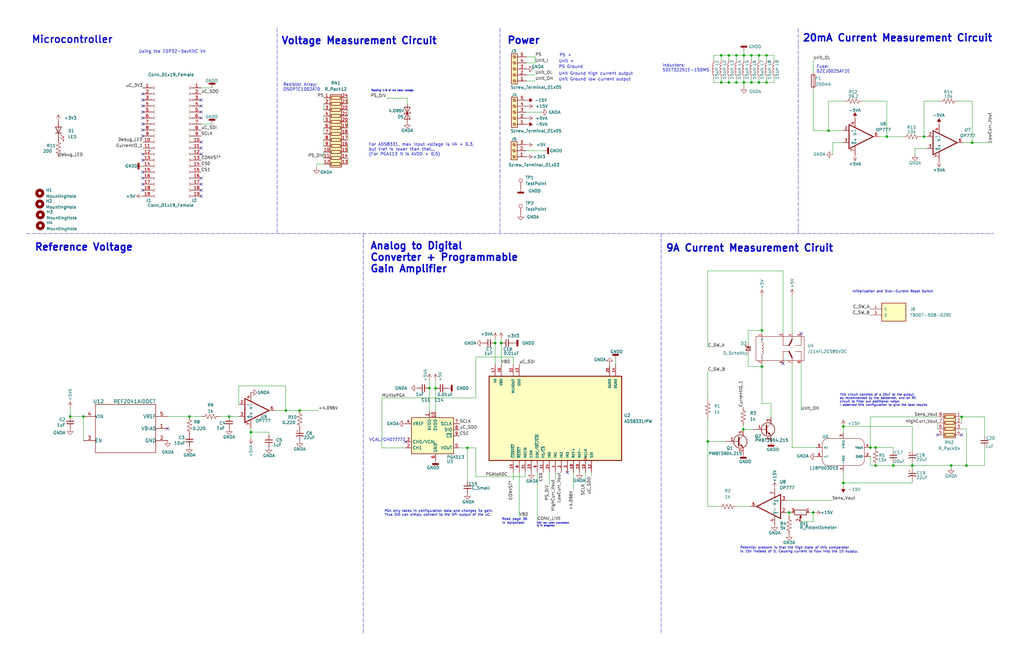
<source format=kicad_sch>
(kicad_sch (version 20211123) (generator eeschema)
  (paper "B")
  (junction (at 409.956 60.198))
  (junction (at 401.066 196.469))
  (junction (at 126.365 173.228))
  (junction (at 310.515 34.798))
  (junction (at 332.74 216.281))
  (junction (at 29.591 175.768))
  (junction (at 313.69 23.368))
  (junction (at 316.865 34.798))
  (junction (at 208.788 144.78))
  (junction (at 320.04 23.368))
  (junction (at 197.104 188.976))
  (junction (at 316.865 23.368))
  (junction (at 298.45 186.309))
  (junction (at 321.31 154.686))
  (junction (at 181.102 163.8046))
  (junction (at 211.328 144.78))
  (junction (at 369.189 188.849))
  (junction (at 79.883 175.768))
  (junction (at 376.682 196.469))
  (junction (at 323.215 34.798))
  (junction (at 384.683 196.469))
  (junction (at 120.523 173.228))
  (junction (at 349.377 55.118))
  (junction (at 307.34 23.368))
  (junction (at 313.436 181.229))
  (junction (at 304.165 34.798))
  (junction (at 373.9896 57.658))
  (junction (at 105.791 182.372))
  (junction (at 407.543 196.469))
  (junction (at 313.69 34.798))
  (junction (at 389.636 57.658))
  (junction (at 355.6 179.959))
  (junction (at 35.179 175.768))
  (junction (at 355.6 203.835))
  (junction (at 320.04 34.798))
  (junction (at 342.9 216.281))
  (junction (at 367.03 188.849))
  (junction (at 307.34 34.798))
  (junction (at 323.215 23.368))
  (junction (at 310.515 23.368))
  (junction (at 369.189 196.469))
  (junction (at 321.31 139.446))
  (junction (at 405.511 175.895))
  (junction (at 183.642 163.8554))
  (junction (at 304.165 23.368))
  (junction (at 96.647 175.768))
  (no_connect (at 405.511 183.515))
  (no_connect (at 395.351 183.515))
  (no_connect (at 60.198 67.564))
  (no_connect (at 60.198 42.164))
  (no_connect (at 60.198 65.024))
  (no_connect (at 84.836 77.724))
  (no_connect (at 84.836 49.784))
  (no_connect (at 60.198 52.324))
  (no_connect (at 84.836 80.264))
  (no_connect (at 60.198 54.864))
  (no_connect (at 84.836 42.164))
  (no_connect (at 84.836 65.024))
  (no_connect (at 84.836 62.484))
  (no_connect (at 60.198 39.624))
  (no_connect (at 239.268 199.39))
  (no_connect (at 60.198 44.704))
  (no_connect (at 60.198 75.184))
  (no_connect (at 84.836 82.804))
  (no_connect (at 84.836 47.244))
  (no_connect (at 60.198 72.644))
  (no_connect (at 60.198 49.784))
  (no_connect (at 84.836 59.944))
  (no_connect (at 330.2 153.416))
  (no_connect (at 337.82 140.716))
  (no_connect (at 84.836 44.704))
  (no_connect (at 60.198 77.724))
  (no_connect (at 60.198 47.244))
  (no_connect (at 60.198 57.404))
  (no_connect (at 70.739 180.848))
  (no_connect (at 170.942 186.436))
  (no_connect (at 60.198 80.264))
  (no_connect (at 84.836 75.184))
  (wire (pts (xy 161.036 188.976) (xy 170.942 188.976)))
  (wire (pts (xy 332.74 216.281) (xy 333.756 216.281)))
  (wire (pts (xy 388.366 57.658) (xy 389.636 57.658)))
  (wire (pts (xy 300.99 23.368) (xy 304.165 23.368)))
  (wire (pts (xy 197.104 188.976) (xy 193.802 188.976)))
  (wire (pts (xy 367.03 188.849) (xy 369.189 188.849)))
  (wire (pts (xy 146.685 51.435) (xy 146.685 53.975)))
  (wire (pts (xy 197.104 203.073) (xy 197.104 188.976)))
  (wire (pts (xy 355.473 60.198) (xy 351.155 60.198)))
  (wire (pts (xy 342.9 216.281) (xy 342.9 220.091)))
  (wire (pts (xy 310.515 34.798) (xy 307.34 34.798)))
  (wire (pts (xy 356.108 42.672) (xy 349.377 42.672)))
  (wire (pts (xy 221.996 31.623) (xy 225.679 31.623)))
  (wire (pts (xy 355.6 179.959) (xy 384.683 179.959)))
  (wire (pts (xy 321.31 154.686) (xy 315.468 154.686)))
  (wire (pts (xy 113.411 183.642) (xy 113.411 182.372)))
  (wire (pts (xy 183.642 163.8554) (xy 183.642 173.736)))
  (wire (pts (xy 341.376 216.281) (xy 342.9 216.281)))
  (wire (pts (xy 389.636 42.672) (xy 396.24 42.672)))
  (wire (pts (xy 313.436 181.229) (xy 317.5 181.229)))
  (wire (pts (xy 326.39 34.798) (xy 326.39 32.893)))
  (wire (pts (xy 415.163 188.976) (xy 415.163 196.469)))
  (wire (pts (xy 96.647 175.768) (xy 100.711 175.768)))
  (wire (pts (xy 183.642 160.401) (xy 183.642 163.8554)))
  (wire (pts (xy 373.9896 42.672) (xy 363.728 42.672)))
  (wire (pts (xy 136.525 48.895) (xy 136.525 51.435)))
  (wire (pts (xy 332.74 216.281) (xy 332.74 217.805)))
  (wire (pts (xy 225.679 24.003) (xy 225.679 26.543)))
  (wire (pts (xy 126.365 173.228) (xy 134.239 173.228)))
  (wire (pts (xy 310.515 25.273) (xy 310.515 23.368)))
  (wire (pts (xy 385.826 62.738) (xy 390.906 62.738)))
  (wire (pts (xy 320.04 23.368) (xy 320.04 25.273)))
  (wire (pts (xy 403.86 42.672) (xy 409.956 42.672)))
  (wire (pts (xy 300.99 34.798) (xy 300.99 32.893)))
  (wire (pts (xy 200.66 201.168) (xy 200.66 188.976)))
  (polyline (pts (xy 336.55 12.065) (xy 336.55 98.552)))
  (wire (pts (xy 133.477 69.215) (xy 133.477 70.739)))
  (wire (pts (xy 216.408 202.692) (xy 216.408 199.39)))
  (wire (pts (xy 323.215 34.798) (xy 323.215 32.893)))
  (wire (pts (xy 405.511 175.895) (xy 415.163 175.895)))
  (wire (pts (xy 351.155 60.198) (xy 351.155 65.278)))
  (wire (pts (xy 325.12 170.307) (xy 325.12 176.149)))
  (wire (pts (xy 29.591 172.212) (xy 29.591 175.768)))
  (wire (pts (xy 323.215 34.798) (xy 326.39 34.798)))
  (wire (pts (xy 310.515 23.368) (xy 313.69 23.368)))
  (wire (pts (xy 229.362 63.627) (xy 221.869 63.627)))
  (wire (pts (xy 409.956 60.198) (xy 418.465 60.198)))
  (wire (pts (xy 355.6 179.959) (xy 355.6 182.499)))
  (wire (pts (xy 321.31 170.307) (xy 325.12 170.307)))
  (wire (pts (xy 315.468 154.686) (xy 315.468 149.606)))
  (wire (pts (xy 92.583 175.768) (xy 96.647 175.768)))
  (wire (pts (xy 136.525 43.815) (xy 136.525 46.355)))
  (wire (pts (xy 304.165 23.368) (xy 307.34 23.368)))
  (wire (pts (xy 221.488 201.168) (xy 221.488 199.39)))
  (wire (pts (xy 115.951 173.228) (xy 120.523 173.228)))
  (wire (pts (xy 146.685 41.275) (xy 146.685 43.815)))
  (wire (pts (xy 367.03 196.469) (xy 369.189 196.469)))
  (polyline (pts (xy 116.84 11.938) (xy 116.84 98.679)))
  (wire (pts (xy 407.543 196.469) (xy 415.163 196.469)))
  (wire (pts (xy 304.165 34.798) (xy 300.99 34.798)))
  (wire (pts (xy 231.648 204.597) (xy 231.648 199.39)))
  (wire (pts (xy 136.525 64.135) (xy 136.525 66.675)))
  (wire (pts (xy 409.956 42.672) (xy 409.956 60.198)))
  (wire (pts (xy 300.99 25.273) (xy 300.99 23.368)))
  (wire (pts (xy 389.636 57.658) (xy 389.636 42.672)))
  (polyline (pts (xy 278.765 98.425) (xy 278.765 267.208)))
  (wire (pts (xy 326.39 23.368) (xy 323.215 23.368)))
  (wire (pts (xy 384.683 203.835) (xy 355.6 203.835)))
  (wire (pts (xy 216.408 153.67) (xy 216.408 150.622)))
  (wire (pts (xy 367.03 175.895) (xy 395.351 175.895)))
  (wire (pts (xy 200.66 150.622) (xy 200.66 167.894)))
  (wire (pts (xy 105.791 180.848) (xy 105.791 182.372)))
  (wire (pts (xy 241.808 199.39) (xy 241.808 207.01)))
  (polyline (pts (xy 11.2268 98.6028) (xy 419.0492 98.6028)))
  (polyline (pts (xy 210.82 11.938) (xy 210.82 98.425)))
  (wire (pts (xy 146.685 61.595) (xy 146.685 64.135)))
  (wire (pts (xy 304.165 25.273) (xy 304.165 23.368)))
  (wire (pts (xy 367.03 175.895) (xy 367.03 188.849)))
  (wire (pts (xy 200.66 201.168) (xy 221.488 201.168)))
  (wire (pts (xy 228.1174 47.371) (xy 221.996 47.371)))
  (polyline (pts (xy 153.162 98.6028) (xy 153.162 267.3858)))
  (wire (pts (xy 321.31 153.416) (xy 321.31 154.686)))
  (wire (pts (xy 369.189 196.469) (xy 376.682 196.469)))
  (wire (pts (xy 384.683 202.819) (xy 384.683 203.835)))
  (wire (pts (xy 384.683 179.959) (xy 384.683 190.119)))
  (wire (pts (xy 70.739 175.768) (xy 79.883 175.768)))
  (wire (pts (xy 310.515 34.798) (xy 310.515 32.893)))
  (wire (pts (xy 376.682 188.849) (xy 376.682 190.119)))
  (wire (pts (xy 321.31 154.686) (xy 321.31 170.307)))
  (wire (pts (xy 298.45 114.3) (xy 298.45 146.685)))
  (wire (pts (xy 146.685 66.675) (xy 146.685 69.215)))
  (wire (pts (xy 376.682 196.469) (xy 384.683 196.469)))
  (wire (pts (xy 330.2 114.3) (xy 330.2 140.716)))
  (wire (pts (xy 389.636 57.658) (xy 390.906 57.658)))
  (wire (pts (xy 313.69 34.798) (xy 313.69 32.893)))
  (wire (pts (xy 221.996 26.543) (xy 225.679 26.543)))
  (wire (pts (xy 323.215 23.368) (xy 320.04 23.368)))
  (wire (pts (xy 303.022 213.741) (xy 298.45 213.741)))
  (wire (pts (xy 349.377 42.672) (xy 349.377 55.118)))
  (wire (pts (xy 395.351 178.435) (xy 395.351 180.975)))
  (wire (pts (xy 221.996 34.163) (xy 225.679 34.163)))
  (wire (pts (xy 136.525 53.975) (xy 136.525 56.515)))
  (wire (pts (xy 35.179 175.768) (xy 35.179 185.928)))
  (wire (pts (xy 313.69 25.273) (xy 313.69 23.368)))
  (wire (pts (xy 307.34 23.368) (xy 310.515 23.368)))
  (wire (pts (xy 200.66 167.894) (xy 161.036 167.894)))
  (wire (pts (xy 316.484 213.741) (xy 310.642 213.741)))
  (wire (pts (xy 307.34 34.798) (xy 307.34 32.893)))
  (wire (pts (xy 146.685 56.515) (xy 146.685 59.055)))
  (wire (pts (xy 200.66 188.976) (xy 197.104 188.976)))
  (wire (pts (xy 234.188 202.311) (xy 234.188 199.39)))
  (wire (pts (xy 304.165 34.798) (xy 304.165 32.893)))
  (wire (pts (xy 120.523 162.814) (xy 120.523 173.228)))
  (wire (pts (xy 100.711 170.688) (xy 100.711 162.814)))
  (wire (pts (xy 373.9896 57.658) (xy 373.9896 42.672)))
  (wire (pts (xy 367.03 192.659) (xy 367.03 196.469)))
  (wire (pts (xy 313.69 23.368) (xy 313.69 21.463)))
  (wire (pts (xy 384.683 196.469) (xy 384.683 197.739)))
  (wire (pts (xy 342.9 216.281) (xy 343.408 216.281)))
  (wire (pts (xy 120.523 173.228) (xy 126.365 173.228)))
  (wire (pts (xy 146.685 46.355) (xy 146.685 48.895)))
  (wire (pts (xy 401.066 196.469) (xy 401.066 197.358)))
  (wire (pts (xy 218.948 218.059) (xy 218.948 199.39)))
  (wire (pts (xy 211.328 144.78) (xy 211.328 153.67)))
  (wire (pts (xy 337.82 153.416) (xy 337.82 173.355)))
  (wire (pts (xy 355.6 203.835) (xy 355.6 199.009)))
  (wire (pts (xy 407.543 180.975) (xy 407.543 196.469)))
  (wire (pts (xy 342.9 55.118) (xy 349.377 55.118)))
  (wire (pts (xy 373.9896 57.658) (xy 380.746 57.658)))
  (wire (pts (xy 313.69 23.368) (xy 316.865 23.368)))
  (wire (pts (xy 337.566 220.091) (xy 342.9 220.091)))
  (wire (pts (xy 385.826 65.278) (xy 385.826 62.738)))
  (wire (pts (xy 171.704 43.942) (xy 171.704 41.402)))
  (wire (pts (xy 259.588 151.511) (xy 259.588 153.67)))
  (wire (pts (xy 315.468 139.446) (xy 315.468 144.526)))
  (wire (pts (xy 181.102 160.401) (xy 181.102 163.8046)))
  (wire (pts (xy 226.568 199.39) (xy 226.568 219.837)))
  (wire (pts (xy 113.411 182.372) (xy 105.791 182.372)))
  (wire (pts (xy 401.066 196.469) (xy 407.543 196.469)))
  (wire (pts (xy 344.17 188.849) (xy 334.01 188.849)))
  (wire (pts (xy 136.525 59.055) (xy 136.525 61.595)))
  (wire (pts (xy 162.814 41.402) (xy 171.704 41.402)))
  (wire (pts (xy 350.901 211.201) (xy 331.724 211.201)))
  (wire (pts (xy 349.377 55.118) (xy 355.473 55.118)))
  (wire (pts (xy 100.711 162.814) (xy 120.523 162.814)))
  (wire (pts (xy 313.69 34.798) (xy 316.865 34.798)))
  (wire (pts (xy 307.34 34.798) (xy 304.165 34.798)))
  (wire (pts (xy 89.408 52.324) (xy 84.836 52.324)))
  (wire (pts (xy 298.45 114.3) (xy 330.2 114.3)))
  (wire (pts (xy 376.682 195.199) (xy 376.682 196.469)))
  (wire (pts (xy 208.788 144.78) (xy 208.788 153.67)))
  (wire (pts (xy 409.956 60.198) (xy 406.146 60.198)))
  (wire (pts (xy 298.45 156.845) (xy 298.45 168.783)))
  (wire (pts (xy 313.436 179.451) (xy 313.436 181.229)))
  (wire (pts (xy 136.525 69.215) (xy 133.477 69.215)))
  (wire (pts (xy 246.888 199.39) (xy 246.888 204.089)))
  (wire (pts (xy 323.215 25.273) (xy 323.215 23.368)))
  (wire (pts (xy 298.45 186.309) (xy 305.816 186.309)))
  (wire (pts (xy 320.04 34.798) (xy 323.215 34.798)))
  (wire (pts (xy 405.511 175.895) (xy 405.511 178.435)))
  (wire (pts (xy 29.591 175.768) (xy 35.179 175.768)))
  (wire (pts (xy 313.69 36.703) (xy 313.69 34.798)))
  (wire (pts (xy 355.6 203.835) (xy 355.6 205.232)))
  (wire (pts (xy 321.31 124.968) (xy 321.31 139.446)))
  (wire (pts (xy 320.04 34.798) (xy 320.04 32.893)))
  (wire (pts (xy 221.996 24.003) (xy 225.679 24.003)))
  (wire (pts (xy 89.408 37.084) (xy 84.836 37.084)))
  (wire (pts (xy 316.865 23.368) (xy 320.04 23.368)))
  (wire (pts (xy 216.408 150.622) (xy 200.66 150.622)))
  (wire (pts (xy 105.791 182.372) (xy 105.791 184.658)))
  (wire (pts (xy 161.036 167.894) (xy 161.036 188.976)))
  (wire (pts (xy 326.39 25.273) (xy 326.39 23.368)))
  (wire (pts (xy 310.515 34.798) (xy 313.69 34.798)))
  (wire (pts (xy 415.163 183.896) (xy 415.163 175.895)))
  (wire (pts (xy 370.713 57.658) (xy 373.9896 57.658)))
  (wire (pts (xy 316.865 34.798) (xy 320.04 34.798)))
  (wire (pts (xy 384.683 195.199) (xy 384.683 196.469)))
  (wire (pts (xy 334.01 124.587) (xy 334.01 140.716)))
  (wire (pts (xy 79.883 175.768) (xy 84.963 175.768)))
  (wire (pts (xy 298.45 176.403) (xy 298.45 186.309)))
  (wire (pts (xy 316.865 34.798) (xy 316.865 32.893)))
  (wire (pts (xy 405.511 180.975) (xy 407.543 180.975)))
  (wire (pts (xy 321.31 139.446) (xy 321.31 140.716)))
  (wire (pts (xy 208.788 143.002) (xy 208.788 144.78)))
  (wire (pts (xy 331.724 216.281) (xy 332.74 216.281)))
  (wire (pts (xy 321.31 139.446) (xy 315.468 139.446)))
  (wire (pts (xy 342.9 37.973) (xy 342.9 55.118)))
  (wire (pts (xy 369.189 188.849) (xy 376.682 188.849)))
  (wire (pts (xy 334.01 153.416) (xy 334.01 188.849)))
  (wire (pts (xy 384.683 196.469) (xy 401.066 196.469)))
  (wire (pts (xy 298.45 186.309) (xy 298.45 213.741)))
  (wire (pts (xy 211.328 143.002) (xy 211.328 144.78)))
  (wire (pts (xy 316.865 25.273) (xy 316.865 23.368)))
  (wire (pts (xy 249.428 201.168) (xy 249.428 199.39)))
  (wire (pts (xy 181.102 163.8046) (xy 181.102 173.736)))
  (wire (pts (xy 307.34 25.273) (xy 307.34 23.368)))
  (wire (pts (xy 342.9 25.4) (xy 342.9 30.353)))
  (text "Potential problem is that the high state of this comparator\nis 15V instead of 5. Causing current to flow into the 15 supply.\n" (at 312.039 233.426 0) (effects (font (size 1 1)) (justify left bottom)))
  (text "20mA Current Measurement Circuit" (at 338.328 17.907 0) (effects (font (size 3 3) (thickness 0.6) bold) (justify left bottom)))
  (text "Unit +" (at 235.585 26.67 0) (effects (font (size 1.27 1.27)) (justify left bottom)))
  (text "For ADS8331, max input voltage is VA + 0.3, \nbut Vref is lower than that...\n(For PGA113 it is AVDD + 0.5)" (at 155.448 65.913 0) (effects (font (size 1.27 1.27)) (justify left bottom)))
  (text "PS +\n" (at 235.839 24.13 0) (effects (font (size 1.27 1.27)) (justify left bottom)))
  (text "Power" (at 213.741 18.923 0) (effects (font (size 3 3) (thickness 0.6) bold) (justify left bottom)))
  (text "Unit Ground low current output" (at 235.5342 34.3154 0) (effects (font (size 1.27 1.27)) (justify left bottom)))
  (text "Reference Voltage" (at 14.478 106.172 0) (effects (font (size 3 3) (thickness 0.6) bold) (justify left bottom)))
  (text "Resistor Array:\nOSOPTC1002AT0" (at 119.38 38.608 0) (effects (font (size 1.27 1.27)) (justify left bottom)))
  (text "Using the ESP32-DevKitC V4" (at 58.42 22.606 0) (effects (font (size 1.27 1.27)) (justify left bottom)))
  (text "Microcontroller" (at 13.208 18.542 0) (effects (font (size 3 3) (thickness 0.5) bold) (justify left bottom)))
  (text "This circuit consists of a 20uF at the output\nas recommended by the datasheet, and an RC \ncircuit to filter out additional noise;\nI observed this configuration to give the best results" (at 354.076 171.577 0) (effects (font (size 0.9 0.9)) (justify left bottom)))
  (text "EOC low when conversion\nis in progress" (at 226.314 222.377 0) (effects (font (size 0.7 0.7)) (justify left bottom)))
  (text "PS Ground\n" (at 235.5596 29.0322 0) (effects (font (size 1.27 1.27)) (justify left bottom)))
  (text "Initialization and Over-Current Reset Switch" (at 359.41 123.698 0) (effects (font (size 1 1)) (justify left bottom)))
  (text "PGA only takes in configuration data and changes its gain.\nThus DIO can simply connect to the SPI output of the uC." (at 162.052 217.932 0) (effects (font (size 1 1)) (justify left bottom)))
  (text "Fuse:\n0ZCJ0025AF2E" (at 344.297 30.988 0) (effects (font (size 1.27 1.27)) (justify left bottom)))
  (text "Read page 36\nin datasheet\n" (at 211.582 221.361 0) (effects (font (size 1 1)) (justify left bottom)))
  (text "VCAL/CH0?????\n" (at 170.942 186.436 180) (effects (font (size 1.27 1.27)) (justify right bottom)))
  (text "Voltage Measurement Circuit\n" (at 118.491 19.05 0) (effects (font (size 3 3) (thickness 0.6) bold) (justify left bottom)))
  (text "Inductors:\nSDET32251E-150MS" (at 279.273 30.48 0) (effects (font (size 1.27 1.27)) (justify left bottom)))
  (text "Analog to Digital \nConverter + Programmable\nGain Amplifier" (at 155.956 115.316 0) (effects (font (size 3 3) (thickness 0.6) bold) (justify left bottom)))
  (text "9A Current Measurement Ciruit" (at 280.67 106.553 0) (effects (font (size 3 3) (thickness 0.6) bold) (justify left bottom)))
  (text "Reading 1/6 of the total voltage\n" (at 156.464 38.735 0) (effects (font (size 0.7 0.7)) (justify left bottom)))
  (text "Unit Ground high current output" (at 235.5342 31.9024 0) (effects (font (size 1.27 1.27)) (justify left bottom)))
  (label "VBD" (at 211.328 153.67 0))
  (label "C_SW_A" (at 366.776 130.429 180))
  (label "PS_DIV" (at 162.814 41.402 180))
  (label "CS1" (at 193.802 183.896 0))
  (label "C_SW_B" (at 366.776 132.969 180))
  (label "SCLK" (at 246.888 204.089 270))
  (label "Unit_OL" (at 225.679 31.623 0))
  (label "Debug_LED" (at 24.638 66.294 0))
  (label "VBD" (at 218.948 218.059 0))
  (label "uC_SDI" (at 218.948 153.67 0))
  (label "PS_DIV" (at 136.525 66.675 180))
  (label "PS_DIV" (at 231.648 204.597 270))
  (label "uC_SDO" (at 193.802 181.356 0))
  (label "PS" (at 136.525 41.275 180))
  (label "Unit_OL" (at 342.9 25.4 0))
  (label "Unit_OH" (at 337.82 173.355 0))
  (label "CONVST*" (at 216.408 202.692 270))
  (label "CurrentIO_1" (at 313.436 171.831 90))
  (label "LowCurr_Vout" (at 418.465 60.198 90))
  (label "Sens_Vout" (at 350.901 211.201 0))
  (label "Debug_LED" (at 60.198 59.944 180))
  (label "SCLK" (at 193.802 178.816 0))
  (label "CurrentIO_1" (at 60.198 62.484 180))
  (label "+4.096V" (at 241.808 207.01 270))
  (label "PS" (at 225.679 24.003 0))
  (label "CS1" (at 84.836 72.644 0))
  (label "uC_SDO" (at 249.428 201.168 270))
  (label "CS0" (at 84.836 70.104 0))
  (label "Sens_Vout" (at 395.351 175.895 180))
  (label "C_SW_A" (at 298.45 146.685 0))
  (label "SCLK" (at 84.836 57.404 0))
  (label "CS0" (at 229.108 199.39 270))
  (label "uC_SDI" (at 84.836 54.864 0))
  (label "HighCurr_Vout" (at 234.188 202.311 270))
  (label "PGAtoADC" (at 204.724 201.168 0))
  (label "Unit_I" (at 225.679 26.543 0))
  (label "MUXtoPGA" (at 161.036 167.894 0))
  (label "CONV_LIVE" (at 226.568 219.837 0))
  (label "uC_3V3" (at 60.198 37.084 180))
  (label "CONVST*" (at 84.836 67.564 0))
  (label "+4.096V" (at 134.239 173.228 0))
  (label "C_SW_B" (at 298.45 156.845 0))
  (label "LowCurr_Vout" (at 236.728 199.39 270))
  (label "uC_SDO" (at 84.836 39.624 0))
  (label "HighCurr_Vout" (at 395.351 178.816 180))
  (label "Unit_OH" (at 225.679 34.163 0))
  (symbol (lib_id "myCustomLib:OP777") (at 361.823 57.658 180) (unit 1)
    (property "Reference" "U6" (at 372.491 52.1968 0))
    (property "Value" "OP777" (at 372.491 54.7368 0))
    (property "Footprint" "Package_SO:TSSOP-8_3x3mm_P0.65mm" (effects hide))
  )
  (symbol (lib_id "Device:R_US") (at 79.883 179.578 180) (unit 1)
    (property "Reference" "R8" (at 81.661 178.054 0) (effects (justify right)))
    (property "Value" "0.220" (at 81.153 180.848 0) (effects (justify right)))
    (property "Footprint" "Resistor_SMD:R_0603_1608Metric" (effects hide))
  )
  (symbol (lib_id "Mechanical:MountingHole") (at 16.764 86.106 0) (unit 1)
    (property "Reference" "H2" (at 19.304 84.8359 0) (effects (justify left)))
    (property "Value" "MountingHole" (at 19.304 87.3759 0) (effects (justify left)))
    (property "Footprint" "MountingHole:MountingHole_3.2mm_M3" (effects hide))
  )
  (symbol (lib_id "myCustomLib:OP777") (at 107.061 173.228 180) (unit 1)
    (property "Reference" "U9" (at 112.649 175.768 0) (effects (justify left)))
    (property "Value" "OP777" (at 114.173 177.546 0) (effects (justify left)))
    (property "Footprint" "Package_SO:TSSOP-8_3x3mm_P0.65mm" (effects hide))
  )
  (symbol (lib_id "power:GNDA") (at 79.883 188.468 0) (unit 1)
    (property "Reference" "#PWR0156" (effects hide))
    (property "Value" "GNDA" (at 79.883 192.024 0))
  )
  (symbol (lib_id "Device:Fuse") (at 342.9 34.163 180) (unit 1)
    (property "Reference" "F1" (at 343.789 33.02 0) (effects (justify right)))
    (property "Value" "250mA" (at 343.789 35.56 0) (effects (justify right)))
    (property "Footprint" "Fuse:Fuse_1206_3216Metric" (effects hide))
  )
  (symbol (lib_id "Device:C_Small") (at 29.591 178.308 180) (unit 1)
    (property "Reference" "C2" (at 26.289 177.038 0))
    (property "Value" "1uF" (at 25.781 179.324 0))
    (property "Footprint" "Capacitor_SMD:C_0603_1608Metric" (effects hide))
  )
  (symbol (lib_id "power:-15V") (at 355.6 205.232 180) (unit 1)
    (property "Reference" "#PWR0139" (effects hide))
    (property "Value" "-15V" (at 357.632 206.5019 0) (effects (justify right)))
  )
  (symbol (lib_id "Device:D_TVS") (at 171.704 47.752 90) (mirror x) (unit 1)
    (property "Reference" "D5" (at 168.91 49.276 90))
    (property "Value" "4.096V" (at 167.132 46.736 90))
    (property "Footprint" "Diode_SMD:D_1206_3216Metric" (effects hide))
  )
  (symbol (lib_id "Device:C_Small") (at 206.248 144.78 90) (unit 1)
    (property "Reference" "C7" (at 206.248 147.32 90))
    (property "Value" "1uF" (at 205.994 149.098 90))
    (property "Footprint" "Capacitor_SMD:C_0603_1608Metric" (effects hide))
  )
  (symbol (lib_id "Device:R_US") (at 298.45 172.593 180) (unit 1)
    (property "Reference" "R1" (at 301.117 171.3229 0) (effects (justify right)))
    (property "Value" "1k" (at 301.117 173.8629 0) (effects (justify right)))
    (property "Footprint" "Resistor_SMD:R_0603_1608Metric" (effects hide))
  )
  (symbol (lib_id "Device:L") (at 304.165 29.083 180) (unit 1)
    (property "Reference" "L2" (at 305.435 26.543 90))
    (property "Value" "15uH" (at 305.435 30.988 90))
    (property "Footprint" "SDET32251E-150MS:SDET32251E-150MS" (effects hide))
  )
  (symbol (lib_id "power:GNDD") (at 313.69 21.463 180) (unit 1)
    (property "Reference" "#PWR0103" (effects hide))
    (property "Value" "GNDD" (at 315.722 19.685 0) (effects (justify right)))
  )
  (symbol (lib_id "Device:R_US") (at 332.74 221.615 180) (unit 1)
    (property "Reference" "R4" (at 328.93 220.98 0) (effects (justify right)))
    (property "Value" "5k" (at 328.93 222.758 0) (effects (justify right)))
    (property "Footprint" "Resistor_SMD:R_0603_1608Metric" (effects hide))
  )
  (symbol (lib_id "power:GNDA") (at 70.739 185.928 0) (unit 1)
    (property "Reference" "#PWR0124" (effects hide))
    (property "Value" "GNDA" (at 70.739 190.754 0))
  )
  (symbol (lib_id "Mechanical:MountingHole") (at 17.018 95.25 0) (unit 1)
    (property "Reference" "H4" (at 19.558 93.9799 0) (effects (justify left)))
    (property "Value" "MountingHole" (at 19.558 96.5199 0) (effects (justify left)))
    (property "Footprint" "MountingHole:MountingHole_3.2mm_M3" (effects hide))
  )
  (symbol (lib_id "Device:C_Polarized_Small_US") (at 126.365 183.388 0) (unit 1)
    (property "Reference" "C6" (at 131.7752 182.8038 0) (effects (justify right)))
    (property "Value" "22uF" (at 132.8928 184.658 0) (effects (justify right)))
    (property "Footprint" "293D226X9020D8T:293D226X9020D8T" (effects hide))
  )
  (symbol (lib_id "Connector:Conn_01x19_Female") (at 65.278 59.944 0) (unit 1)
    (property "Reference" "J1" (at 61.468 84.582 0) (effects (justify left)))
    (property "Value" "Conn_01x19_Female" (at 62.23 86.614 0) (effects (justify left)))
    (property "Footprint" "Connector_PinSocket_2.54mm:PinSocket_1x19_P2.54mm_Vertical" (effects hide))
  )
  (symbol (lib_id "power:GNDD") (at 89.408 37.084 180) (unit 1)
    (property "Reference" "#PWR0106" (effects hide))
    (property "Value" "GNDD" (at 91.948 34.036 0) (effects (justify left)))
  )
  (symbol (lib_id "myCustomLib:J114FL2CS85VDC") (at 328.93 147.066 0) (unit 1)
    (property "Reference" "U4" (at 340.487 145.7959 0) (effects (justify left)))
    (property "Value" "J114FL2CS85VDC" (at 340.487 148.3359 0) (effects (justify left)))
    (property "Footprint" "myCustomLib:J114FL2CS85VDC" (effects hide))
  )
  (symbol (lib_id "power:GNDD") (at 216.408 144.78 90) (unit 1)
    (property "Reference" "#PWR0147" (effects hide))
    (property "Value" "GNDD" (at 220.091 144.7799 90) (effects (justify right)))
  )
  (symbol (lib_id "power:+5VA") (at 208.788 143.002 0) (unit 1)
    (property "Reference" "#PWR0174" (effects hide))
    (property "Value" "+5VA" (at 202.692 140.97 0) (effects (justify left)))
  )
  (symbol (lib_id "power:GNDA") (at 126.365 185.928 0) (unit 1)
    (property "Reference" "#PWR0163" (effects hide))
    (property "Value" "GNDA" (at 126.365 189.484 0))
  )
  (symbol (lib_id "Device:R_US") (at 24.638 62.484 0) (unit 1)
    (property "Reference" "R11" (at 21.59 61.468 0))
    (property "Value" "200" (at 20.066 63.754 0))
    (property "Footprint" "Resistor_SMD:R_0603_1608Metric" (effects hide))
  )
  (symbol (lib_id "Device:C_Small") (at 186.182 163.8554 90) (unit 1)
    (property "Reference" "C14" (at 185.166 168.8084 90))
    (property "Value" "0.01uF" (at 187.706 166.5224 90))
    (property "Footprint" "Capacitor_SMD:C_0603_1608Metric" (effects hide))
  )
  (symbol (lib_id "power:GNDD") (at 89.408 52.324 180) (unit 1)
    (property "Reference" "#PWR0118" (effects hide))
    (property "Value" "GNDD" (at 91.948 49.276 0) (effects (justify left)))
  )
  (symbol (lib_id "Transistor_BJT:2N3055") (at 322.58 181.229 0) (unit 1)
    (property "Reference" "Q2" (at 318.262 184.023 0) (effects (justify left)))
    (property "Value" "PMBT3904.215" (at 318.262 185.801 0) (effects (justify left)))
    (property "Footprint" "Package_TO_SOT_SMD:TSOT-23" (effects hide))
    (property "Datasheet" "http://www.onsemi.com/pub_link/Collateral/2N3055-D.PDF" (effects hide))
  )
  (symbol (lib_id "Device:R_US") (at 384.556 57.658 270) (unit 1)
    (property "Reference" "R13" (at 384.3528 53.7972 90))
    (property "Value" "10k" (at 384.4544 55.626 90))
    (property "Footprint" "Resistor_SMD:R_0603_1608Metric" (effects hide))
  )
  (symbol (lib_id "Device:R_US") (at 359.918 42.672 270) (unit 1)
    (property "Reference" "R12" (at 359.7148 38.8112 90))
    (property "Value" "39.2" (at 359.8164 40.64 90))
    (property "Footprint" "Resistor_SMD:R_0603_1608Metric" (effects hide))
  )
  (symbol (lib_id "power:GNDA") (at 221.996 29.083 90) (unit 1)
    (property "Reference" "#PWR0101" (effects hide))
    (property "Value" "GNDA" (at 226.7458 28.1178 90))
  )
  (symbol (lib_id "Device:R_US") (at 126.365 177.038 0) (unit 1)
    (property "Reference" "R10" (at 123.317 176.022 0))
    (property "Value" "0.220" (at 121.793 178.308 0))
    (property "Footprint" "Resistor_SMD:R_0603_1608Metric" (effects hide))
  )
  (symbol (lib_id "Device:C_Small") (at 79.883 185.928 180) (unit 1)
    (property "Reference" "C3" (at 76.581 184.658 0))
    (property "Value" "10uF" (at 75.819 186.944 0))
    (property "Footprint" "Capacitor_SMD:C_0603_1608Metric" (effects hide))
  )
  (symbol (lib_id "power:GNDA") (at 257.048 153.67 180) (unit 1)
    (property "Reference" "#PWR0173" (effects hide))
    (property "Value" "GNDA" (at 252.984 151.765 0))
  )
  (symbol (lib_id "myCustomLib:L18P003D15") (at 355.6 190.119 0) (unit 1)
    (property "Reference" "U1" (at 346.71 184.277 0) (effects (justify left)))
    (property "Value" "L18P003D15" (at 341.376 197.485 0) (effects (justify left)))
    (property "Footprint" "L18P003D15:L18P003D15" (effects hide))
  )
  (symbol (lib_id "power:GNDA") (at 171.704 51.562 0) (unit 1)
    (property "Reference" "#PWR0116" (effects hide))
    (property "Value" "GNDA" (at 171.7548 55.0672 0))
  )
  (symbol (lib_id "Connector:Screw_Terminal_01x05") (at 216.916 29.083 180) (unit 1)
    (property "Reference" "J3" (at 216.535 21.59 0))
    (property "Value" "Screw_Terminal_01x05" (at 226.06 36.83 0))
    (property "Footprint" "TB007-508-05BE:CUI_TB007-508-05BE" (effects hide))
  )
  (symbol (lib_id "Device:L") (at 310.515 29.083 180) (unit 1)
    (property "Reference" "L4" (at 311.785 26.543 90))
    (property "Value" "15uH" (at 311.785 30.988 90))
    (property "Footprint" "SDET32251E-150MS:SDET32251E-150MS" (effects hide))
  )
  (symbol (lib_id "power:+15V") (at 343.408 216.281 270) (unit 1)
    (property "Reference" "#PWR0141" (effects hide))
    (property "Value" "+15V" (at 345.948 216.281 90) (effects (justify left)))
  )
  (symbol (lib_id "Device:R_US") (at 306.832 213.741 90) (unit 1)
    (property "Reference" "R2" (at 306.832 207.137 90))
    (property "Value" "1k" (at 306.832 209.677 90))
    (property "Footprint" "Resistor_SMD:R_0603_1608Metric" (effects hide))
  )
  (symbol (lib_id "Device:L") (at 323.215 29.083 180) (unit 1)
    (property "Reference" "L8" (at 324.485 26.543 90))
    (property "Value" "15uH" (at 324.485 30.988 90))
    (property "Footprint" "SDET32251E-150MS:SDET32251E-150MS" (effects hide))
  )
  (symbol (lib_id "power:GNDA") (at 105.791 165.608 90) (unit 1)
    (property "Reference" "#PWR0161" (effects hide))
    (property "Value" "GNDA" (at 111.125 165.608 90))
  )
  (symbol (lib_id "power:GNDA") (at 326.644 221.361 0) (unit 1)
    (property "Reference" "#PWR0134" (effects hide))
    (property "Value" "GNDA" (at 326.6948 224.8662 0))
  )
  (symbol (lib_id "power:GNDD") (at 313.436 191.389 0) (unit 1)
    (property "Reference" "#PWR0122" (effects hide))
    (property "Value" "GNDD" (at 311.5564 194.818 0) (effects (justify left)))
  )
  (symbol (lib_id "power:GNDA") (at 203.708 144.78 270) (unit 1)
    (property "Reference" "#PWR0158" (effects hide))
    (property "Value" "GNDA" (at 200.914 144.78 90) (effects (justify right)))
  )
  (symbol (lib_id "Device:L") (at 300.99 29.083 180) (unit 1)
    (property "Reference" "L1" (at 302.26 26.543 90))
    (property "Value" "15uH" (at 302.26 30.988 90))
    (property "Footprint" "SDET32251E-150MS:SDET32251E-150MS" (effects hide))
  )
  (symbol (lib_id "Device:L") (at 326.39 29.083 180) (unit 1)
    (property "Reference" "L9" (at 327.66 26.543 90))
    (property "Value" "15uH" (at 327.66 30.988 90))
    (property "Footprint" "SDET32251E-150MS:SDET32251E-150MS" (effects hide))
  )
  (symbol (lib_id "Device:R_Potentiometer") (at 337.566 216.281 270) (unit 1)
    (property "Reference" "RV1" (at 339.09 221.107 90))
    (property "Value" "R_Potentiometer" (at 345.059 222.631 90))
    (property "Footprint" "Potentiometer_THT:Potentiometer_Bourns_3296W_Vertical" (effects hide))
  )
  (symbol (lib_id "power:+5V") (at 334.01 124.587 0) (unit 1)
    (property "Reference" "#PWR0137" (effects hide))
    (property "Value" "+5V" (at 334.01 119.507 90))
  )
  (symbol (lib_id "power:GNDA") (at 219.583 90.297 0) (unit 1)
    (property "Reference" "#PWR0121" (effects hide))
    (property "Value" "GNDA" (at 222.123 91.5669 0) (effects (justify left)))
  )
  (symbol (lib_id "Connector:Conn_01x19_Female") (at 79.756 59.944 0) (mirror y) (unit 1)
    (property "Reference" "J2" (at 81.788 84.582 0))
    (property "Value" "Conn_01x19_Female" (at 72.136 31.496 0))
    (property "Footprint" "Connector_PinSocket_2.54mm:PinSocket_1x19_P2.54mm_Vertical" (effects hide))
  )
  (symbol (lib_id "power:GNDA") (at 332.74 225.425 0) (unit 1)
    (property "Reference" "#PWR0110" (effects hide))
    (property "Value" "GNDA" (at 332.7908 228.9302 0))
  )
  (symbol (lib_id "Device:L") (at 307.34 29.083 180) (unit 1)
    (property "Reference" "L3" (at 308.61 26.543 90))
    (property "Value" "15uH" (at 308.61 30.988 90))
    (property "Footprint" "SDET32251E-150MS:SDET32251E-150MS" (effects hide))
  )
  (symbol (lib_id "ADS8331IPW:ADS8331IPW") (at 234.188 176.53 90) (unit 1)
    (property "Reference" "U2" (at 263.144 175.2599 90) (effects (justify right)))
    (property "Value" "ADS8331IPW" (at 263.144 177.7999 90) (effects (justify right)))
    (property "Footprint" "ADS8331IPW:SOP65P640X120-24N" (effects hide))
  )
  (symbol (lib_id "power:GNDA") (at 401.066 197.358 0) (mirror y) (unit 1)
    (property "Reference" "#PWR0102" (effects hide))
    (property "Value" "GNDA" (at 401.0152 200.8632 0))
  )
  (symbol (lib_id "Device:C_Small") (at 178.562 163.8046 90) (unit 1)
    (property "Reference" "C11" (at 179.578 168.7576 90))
    (property "Value" "1uF" (at 177.038 166.3446 90))
    (property "Footprint" "Capacitor_SMD:C_0603_1608Metric" (effects hide))
  )
  (symbol (lib_id "Device:D_Schottky_Small") (at 315.468 147.066 90) (mirror x) (unit 1)
    (property "Reference" "D3" (at 314.96 144.907 90) (effects (justify left)))
    (property "Value" "D_Schottky" (at 315.341 148.971 90) (effects (justify left)))
    (property "Footprint" "BAT750-7-F:SOT91P240X102-3N" (effects hide))
  )
  (symbol (lib_id "power:GNDA") (at 133.477 70.739 0) (unit 1)
    (property "Reference" "#PWR0117" (effects hide))
    (property "Value" "GNDA" (at 137.541 72.644 0))
  )
  (symbol (lib_id "Transistor_BJT:2N3055") (at 310.896 186.309 0) (unit 1)
    (property "Reference" "Q1" (at 306.324 189.103 0) (effects (justify left)))
    (property "Value" "PMBT3904.215" (at 298.7802 191.4144 0) (effects (justify left)))
    (property "Footprint" "Package_TO_SOT_SMD:TSOT-23" (effects hide))
    (property "Datasheet" "http://www.onsemi.com/pub_link/Collateral/2N3055-D.PDF" (effects hide))
  )
  (symbol (lib_id "power:+5V") (at 60.198 82.804 90) (unit 1)
    (property "Reference" "#PWR0107" (effects hide))
    (property "Value" "+5V" (at 55.118 82.804 90))
  )
  (symbol (lib_id "power:GNDD") (at 219.583 79.502 0) (unit 1)
    (property "Reference" "#PWR0120" (effects hide))
    (property "Value" "GNDD" (at 222.758 80.5814 0) (effects (justify left)))
  )
  (symbol (lib_id "Device:C_Small") (at 113.411 186.182 180) (unit 1)
    (property "Reference" "C5" (at 117.729 185.674 0))
    (property "Value" "1uF" (at 116.967 187.706 0))
    (property "Footprint" "Capacitor_SMD:C_0603_1608Metric" (effects hide))
  )
  (symbol (lib_id "Device:LED") (at 24.638 54.864 90) (unit 1)
    (property "Reference" "D1" (at 28.702 55.1814 90) (effects (justify right)))
    (property "Value" "LED" (at 28.702 57.7214 90) (effects (justify right)))
    (property "Footprint" "LED_SMD:LED_0603_1608Metric" (effects hide))
  )
  (symbol (lib_id "power:+5V") (at 221.869 61.087 270) (unit 1)
    (property "Reference" "#PWR0129" (effects hide))
    (property "Value" "+5V" (at 226.06 61.0869 90) (effects (justify left)))
  )
  (symbol (lib_id "power:+5VA") (at 29.591 172.212 0) (unit 1)
    (property "Reference" "#PWR0125" (effects hide))
    (property "Value" "+5VA" (at 29.591 163.957 90) (effects (justify right)))
  )
  (symbol (lib_id "power:GNDA") (at 224.028 199.39 0) (unit 1)
    (property "Reference" "#PWR0146" (effects hide))
    (property "Value" "GNDA" (at 221.8182 203.0222 0) (effects (justify left)))
  )
  (symbol (lib_id "power:+15V") (at 355.6 179.959 0) (unit 1)
    (property "Reference" "#PWR0138" (effects hide))
    (property "Value" "+15V" (at 357.378 178.6889 0) (effects (justify left)))
  )
  (symbol (lib_id "REF2041AIDDCT:REF2041AIDDCT") (at 52.959 180.848 0) (unit 1)
    (property "Reference" "U12" (at 41.529 169.418 0) (effects (font (size 1.524 1.524))))
    (property "Value" "REF2041AIDDCT" (at 56.769 169.418 0) (effects (font (size 1.524 1.524))))
    (property "Footprint" "REF2041AIDDCT:REF2041AIDDCT" (effects hide))
  )
  (symbol (lib_id "power:GNDD") (at 259.588 151.511 180) (unit 1)
    (property "Reference" "#PWR0109" (effects hide))
    (property "Value" "GNDD" (at 257.302 148.4376 0) (effects (justify right)))
  )
  (symbol (lib_id "power:GNDA") (at 113.411 188.722 0) (unit 1)
    (property "Reference" "#PWR0160" (effects hide))
    (property "Value" "GNDA" (at 113.411 192.278 0))
  )
  (symbol (lib_id "power:GNDA") (at 176.022 163.8046 270) (unit 1)
    (property "Reference" "#PWR0144" (effects hide))
    (property "Value" "GNDA" (at 171.704 163.8045 90) (effects (justify right)))
  )
  (symbol (lib_id "Device:R_Pack04") (at 400.431 180.975 90) (mirror x) (unit 1)
    (property "Reference" "RN2" (at 400.304 186.69 90))
    (property "Value" "R_Pack04" (at 400.304 189.23 90))
    (property "Footprint" "ACASA1002S1002P1AT:ACASA1002S1002P1AT" (effects hide))
  )
  (symbol (lib_id "Device:C_Small") (at 415.163 186.436 180) (unit 1)
    (property "Reference" "C20" (at 419.608 184.912 0) (effects (justify left)))
    (property "Value" "1uF" (at 419.1 188.341 0) (effects (justify left)))
    (property "Footprint" "Capacitor_SMD:C_0603_1608Metric" (effects hide))
  )
  (symbol (lib_id "power:+3V3") (at 24.638 51.054 0) (unit 1)
    (property "Reference" "#PWR0164" (effects hide))
    (property "Value" "+3V3" (at 27.051 49.7839 0) (effects (justify left)))
  )
  (symbol (lib_id "Device:R_US") (at 369.189 192.659 180) (unit 1)
    (property "Reference" "R5" (at 371.856 192.151 0))
    (property "Value" "15k" (at 372.11 194.056 0))
    (property "Footprint" "Resistor_SMD:R_0603_1608Metric" (effects hide))
  )
  (symbol (lib_id "Analog:PGA113") (at 183.642 183.896 0) (unit 1)
    (property "Reference" "U3" (at 188.3664 194.7672 0) (effects (justify left)))
    (property "Value" "PGA113" (at 188.3664 192.8368 0) (effects (justify left)))
    (property "Footprint" "Package_SO:TSSOP-10_3x3mm_P0.5mm" (effects hide))
    (property "Datasheet" "http://www.ti.com/lit/ds/sbos424c/sbos424c.pdf" (effects hide))
  )
  (symbol (lib_id "power:GNDA") (at 96.647 180.848 0) (unit 1)
    (property "Reference" "#PWR0162" (effects hide))
    (property "Value" "GNDA" (at 96.647 184.404 0))
  )
  (symbol (lib_id "Mechanical:MountingHole") (at 16.764 81.534 0) (unit 1)
    (property "Reference" "H1" (at 19.304 80.2639 0) (effects (justify left)))
    (property "Value" "MountingHole" (at 19.304 82.8039 0) (effects (justify left)))
    (property "Footprint" "MountingHole:MountingHole_3.2mm_M3" (effects hide))
  )
  (symbol (lib_id "Device:L") (at 313.69 29.083 180) (unit 1)
    (property "Reference" "L5" (at 314.96 26.543 90))
    (property "Value" "15uH" (at 314.96 30.988 90))
    (property "Footprint" "SDET32251E-150MS:SDET32251E-150MS" (effects hide))
  )
  (symbol (lib_id "myCustomLib:OP777") (at 397.256 60.198 180) (unit 1)
    (property "Reference" "U7" (at 408.051 54.7368 0))
    (property "Value" "OP777" (at 408.051 57.2768 0))
    (property "Footprint" "Package_SO:TSSOP-8_3x3mm_P0.65mm" (effects hide))
  )
  (symbol (lib_id "Device:R_US") (at 313.436 175.641 0) (unit 1)
    (property "Reference" "R3" (at 316.23 174.3709 0) (effects (justify left)))
    (property "Value" "1k" (at 316.23 176.9109 0) (effects (justify left)))
    (property "Footprint" "Resistor_SMD:R_0603_1608Metric" (effects hide))
  )
  (symbol (lib_id "power:GNDA") (at 344.17 192.659 270) (unit 1)
    (property "Reference" "#PWR0132" (effects hide))
    (property "Value" "GNDA" (at 338.5312 192.4558 90))
  )
  (symbol (lib_id "Mechanical:MountingHole") (at 17.018 90.678 0) (unit 1)
    (property "Reference" "H3" (at 19.558 89.4079 0) (effects (justify left)))
    (property "Value" "MountingHole" (at 19.558 91.9479 0) (effects (justify left)))
    (property "Footprint" "MountingHole:MountingHole_3.2mm_M3" (effects hide))
  )
  (symbol (lib_id "power:+5VA") (at 360.553 65.278 180) (unit 1)
    (property "Reference" "#PWR0115" (effects hide))
    (property "Value" "+5VA" (at 360.553 69.1896 0))
  )
  (symbol (lib_id "Device:C_Small") (at 213.868 144.78 90) (unit 1)
    (property "Reference" "C16" (at 214.122 147.32 90))
    (property "Value" "0.01uF" (at 215.646 149.098 90))
    (property "Footprint" "Capacitor_SMD:C_0603_1608Metric" (effects hide))
  )
  (symbol (lib_id "Device:R_US") (at 400.05 42.672 270) (unit 1)
    (property "Reference" "R14" (at 399.8468 38.8112 90))
    (property "Value" "10k" (at 399.9484 40.64 90))
    (property "Footprint" "Resistor_SMD:R_0603_1608Metric" (effects hide))
  )
  (symbol (lib_id "power:+5V") (at 321.31 124.968 0) (unit 1)
    (property "Reference" "#PWR0136" (effects hide))
    (property "Value" "+5V" (at 321.31 119.888 90))
  )
  (symbol (lib_id "power:+15V") (at 221.996 44.831 270) (unit 1)
    (property "Reference" "#PWR0155" (effects hide))
    (property "Value" "+15V" (at 225.7806 44.8309 90) (effects (justify left)))
  )
  (symbol (lib_id "power:GNDA") (at 170.942 178.816 270) (unit 1)
    (property "Reference" "#PWR0145" (effects hide))
    (property "Value" "GNDA" (at 168.1988 178.7906 90) (effects (justify right)))
  )
  (symbol (lib_id "power:+5VA") (at 395.986 67.818 180) (unit 1)
    (property "Reference" "#PWR0111" (effects hide))
    (property "Value" "+5VA" (at 395.986 71.7296 0))
  )
  (symbol (lib_id "power:GNDA") (at 197.104 208.153 0) (unit 1)
    (property "Reference" "#PWR0142" (effects hide))
    (property "Value" "GNDA" (at 194.8942 211.7852 0) (effects (justify left)))
  )
  (symbol (lib_id "power:GNDA") (at 313.69 36.703 0) (unit 1)
    (property "Reference" "#PWR0105" (effects hide))
    (property "Value" "GNDA" (at 315.849 38.608 0) (effects (justify left)))
  )
  (symbol (lib_id "power:+5VA") (at 221.996 49.911 270) (unit 1)
    (property "Reference" "#PWR0152" (effects hide))
    (property "Value" "+5VA" (at 225.7806 49.9109 90) (effects (justify left)))
  )
  (symbol (lib_id "power:GNDD") (at 188.722 163.8554 90) (unit 1)
    (property "Reference" "#PWR0143" (effects hide))
    (property "Value" "GNDD" (at 192.405 163.8553 90) (effects (justify right)))
  )
  (symbol (lib_id "power:+15V") (at 326.644 206.121 0) (unit 1)
    (property "Reference" "#PWR0133" (effects hide))
    (property "Value" "+15V" (at 326.644 203.581 90) (effects (justify left)))
  )
  (symbol (lib_id "power:GNDA") (at 29.591 180.848 0) (unit 1)
    (property "Reference" "#PWR0157" (effects hide))
    (property "Value" "GNDA" (at 25.019 182.626 0))
  )
  (symbol (lib_id "power:-15V") (at 221.996 42.291 270) (unit 1)
    (property "Reference" "#PWR0104" (effects hide))
    (property "Value" "-15V" (at 225.425 42.2909 90) (effects (justify left)))
  )
  (symbol (lib_id "power:+5V") (at 183.642 160.401 0) (unit 1)
    (property "Reference" "#PWR0126" (effects hide))
    (property "Value" "+5V" (at 185.547 158.877 90))
  )
  (symbol (lib_id "Connector:Screw_Terminal_01x03") (at 216.789 63.627 180) (unit 1)
    (property "Reference" "J5" (at 216.7636 58.6994 0))
    (property "Value" "Screw_Terminal_01x03" (at 225.171 69.596 0))
    (property "Footprint" "TB007-508-03BE:TB007-508-03BE" (effects hide))
  )
  (symbol (lib_id "power:GNDD") (at 325.12 186.309 0) (unit 1)
    (property "Reference" "#PWR0123" (effects hide))
    (property "Value" "GNDD" (at 323.2404 189.738 0) (effects (justify left)))
  )
  (symbol (lib_id "power:+3V3") (at 221.869 66.167 270) (mirror x) (unit 1)
    (property "Reference" "#PWR0130" (effects hide))
    (property "Value" "+3V3" (at 229.997 66.167 90) (effects (justify right)))
  )
  (symbol (lib_id "Device:C_Small") (at 197.104 205.613 0) (unit 1)
    (property "Reference" "C15" (at 197.485 204.216 0) (effects (justify left)))
    (property "Value" "C_Small" (at 198.8058 205.8924 0) (effects (justify left)))
    (property "Footprint" "Capacitor_SMD:C_0603_1608Metric" (effects hide))
  )
  (symbol (lib_id "Connector:TestPoint") (at 219.583 90.297 0) (unit 1)
    (property "Reference" "TP2" (at 221.488 85.7249 0) (effects (justify left)))
    (property "Value" "TestPoint" (at 221.488 88.2649 0) (effects (justify left)))
    (property "Footprint" "TestPoint:TestPoint_THTPad_1.5x1.5mm_Drill0.7mm" (effects hide))
  )
  (symbol (lib_id "Device:R_Pack12") (at 141.605 53.975 270) (unit 1)
    (property "Reference" "RN1" (at 141.605 35.052 90))
    (property "Value" "R_Pack12" (at 141.605 37.592 90))
    (property "Footprint" "Package_SO:SSOP-24_3.9x8.7mm_P0.635mm" (effects hide))
  )
  (symbol (lib_id "TB007-508-02BE:TB007-508-02BE") (at 376.936 132.969 0) (unit 1)
    (property "Reference" "J6" (at 383.667 130.4289 0) (effects (justify left)))
    (property "Value" "TB007-508-02BE" (at 383.667 132.9689 0) (effects (justify left)))
    (property "Footprint" "TB007-508-02BE:CUI_TB007-508-02BE" (effects hide))
    (property "MANUFACTURER" "CUI" (effects hide))
    (property "STANDARD" "Manufacturer Recommendations" (effects hide))
  )
  (symbol (lib_id "power:GNDA") (at 385.826 65.278 0) (unit 1)
    (property "Reference" "#PWR0114" (effects hide))
    (property "Value" "GNDA" (at 385.8768 68.7832 0))
  )
  (symbol (lib_id "power:+3V3") (at 211.328 143.002 0) (unit 1)
    (property "Reference" "#PWR0128" (effects hide))
    (property "Value" "+3V3" (at 213.741 141.7319 0) (effects (justify left)))
  )
  (symbol (lib_id "power:GNDD") (at 183.642 194.056 0) (unit 1)
    (property "Reference" "#PWR0140" (effects hide))
    (property "Value" "GNDD" (at 179.9336 197.358 0) (effects (justify left)))
  )
  (symbol (lib_id "Device:R_US") (at 88.773 175.768 270) (unit 1)
    (property "Reference" "R9" (at 88.773 170.942 90))
    (property "Value" "1k" (at 88.773 173.482 90))
    (property "Footprint" "Resistor_SMD:R_0603_1608Metric" (effects hide))
  )
  (symbol (lib_id "Device:C_Small") (at 376.682 192.659 0) (unit 1)
    (property "Reference" "C17" (at 376.936 191.008 0) (effects (justify left)))
    (property "Value" "20uF" (at 376.809 194.691 0) (effects (justify left)))
    (property "Footprint" "Capacitor_SMD:C_0603_1608Metric" (effects hide))
  )
  (symbol (lib_id "Connector:TestPoint") (at 219.583 79.502 0) (unit 1)
    (property "Reference" "TP1" (at 221.488 74.9299 0) (effects (justify left)))
    (property "Value" "TestPoint" (at 221.488 77.4699 0) (effects (justify left)))
    (property "Footprint" "TestPoint:TestPoint_THTPad_1.5x1.5mm_Drill0.7mm" (effects hide))
  )
  (symbol (lib_id "Device:C_Polarized_Small_US") (at 384.683 200.279 0) (unit 1)
    (property "Reference" "C19" (at 386.461 199.644 0) (effects (justify left)))
    (property "Value" "22uF" (at 386.334 201.549 0) (effects (justify left)))
    (property "Footprint" "293D226X9020D8T:293D226X9020D8T" (effects hide))
  )
  (symbol (lib_id "power:+5VA") (at 105.791 184.658 180) (unit 1)
    (property "Reference" "#PWR0159" (effects hide))
    (property "Value" "+5VA" (at 105.791 192.913 90) (effects (justify right)))
  )
  (symbol (lib_id "Device:C_Polarized_Small_US") (at 384.683 192.659 0) (unit 1)
    (property "Reference" "C18" (at 390.0932 192.0748 0) (effects (justify right)))
    (property "Value" "22uF" (at 391.2108 193.929 0) (effects (justify right)))
    (property "Footprint" "293D226X9020D8T:293D226X9020D8T" (effects hide))
  )
  (symbol (lib_id "power:GNDA") (at 351.155 65.278 270) (unit 1)
    (property "Reference" "#PWR0135" (effects hide))
    (property "Value" "GNDA" (at 345.5162 65.0748 90))
  )
  (symbol (lib_id "power:-5VA") (at 395.986 52.578 0) (unit 1)
    (property "Reference" "#PWR0113" (effects hide))
    (property "Value" "-5VA" (at 395.8336 48.641 0))
  )
  (symbol (lib_id "Device:L") (at 316.865 29.083 180) (unit 1)
    (property "Reference" "L6" (at 318.135 26.543 90))
    (property "Value" "15uH" (at 318.135 30.988 90))
    (property "Footprint" "SDET32251E-150MS:SDET32251E-150MS" (effects hide))
  )
  (symbol (lib_id "power:GNDA") (at 244.348 199.39 0) (unit 1)
    (property "Reference" "#PWR0108" (effects hide))
    (property "Value" "GNDA" (at 241.7064 202.7682 0) (effects (justify left)))
  )
  (symbol (lib_id "Connector:Screw_Terminal_01x05") (at 216.916 47.371 180) (unit 1)
    (property "Reference" "J4" (at 216.8398 40.005 0))
    (property "Value" "Screw_Terminal_01x05" (at 226.06 55.245 0))
    (property "Footprint" "TB007-508-05BE:CUI_TB007-508-05BE" (effects hide))
  )
  (symbol (lib_id "myCustomLib:OP777") (at 325.374 213.741 0) (unit 1)
    (property "Reference" "U8" (at 328.6634 203.327 0) (effects (justify left)))
    (property "Value" "OP777" (at 328.6634 205.867 0) (effects (justify left)))
    (property "Footprint" "Package_SO:TSSOP-8_3x3mm_P0.65mm" (effects hide))
  )
  (symbol (lib_id "power:GNDD") (at 60.198 70.104 270) (unit 1)
    (property "Reference" "#PWR0119" (effects hide))
    (property "Value" "GNDD" (at 52.7558 70.0786 90) (effects (justify left)))
  )
  (symbol (lib_id "power:-5VA") (at 221.996 52.451 270) (unit 1)
    (property "Reference" "#PWR0153" (effects hide))
    (property "Value" "-5VA" (at 225.7552 52.4509 90) (effects (justify left)))
  )
  (symbol (lib_id "power:GNDA") (at 228.1174 47.371 90) (unit 1)
    (property "Reference" "#PWR0149" (effects hide))
    (property "Value" "GNDA" (at 231.2924 47.3709 90) (effects (justify right)))
  )
  (symbol (lib_id "power:+5VA") (at 181.102 160.401 0) (unit 1)
    (property "Reference" "#PWR0127" (effects hide))
    (property "Value" "+5VA" (at 179.324 160.909 90) (effects (justify left)))
  )
  (symbol (lib_id "Device:C_Small") (at 96.647 178.308 180) (unit 1)
    (property "Reference" "C4" (at 93.853 178.562 0))
    (property "Value" "1uF" (at 93.091 180.594 0))
    (property "Footprint" "Capacitor_SMD:C_0603_1608Metric" (effects hide))
  )
  (symbol (lib_id "power:GNDD") (at 229.362 63.627 90) (unit 1)
    (property "Reference" "#PWR0148" (effects hide))
    (property "Value" "GNDD" (at 231.775 63.627 90) (effects (justify right)))
  )
  (symbol (lib_id "Device:L") (at 320.04 29.083 180) (unit 1)
    (property "Reference" "L7" (at 321.31 26.543 90))
    (property "Value" "15uH" (at 321.31 30.988 90))
    (property "Footprint" "SDET32251E-150MS:SDET32251E-150MS" (effects hide))
  )
  (symbol (lib_id "power:-5VA") (at 360.553 50.038 0) (unit 1)
    (property "Reference" "#PWR0112" (effects hide))
    (property "Value" "-5VA" (at 360.426 46.5328 0))
  )
)
</source>
